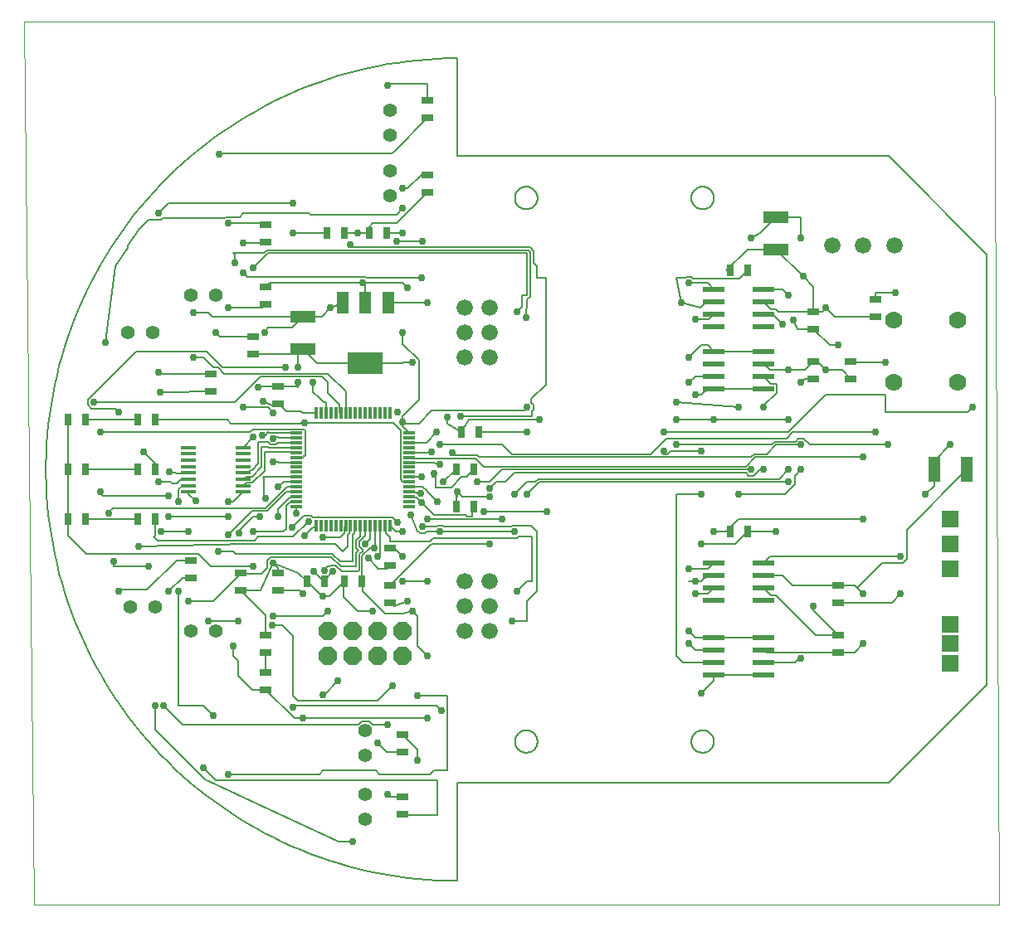
<source format=gtl>
G75*
%MOIN*%
%OFA0B0*%
%FSLAX25Y25*%
%IPPOS*%
%LPD*%
%AMOC8*
5,1,8,0,0,1.08239X$1,22.5*
%
%ADD10C,0.00000*%
%ADD11C,0.07000*%
%ADD12R,0.06600X0.06600*%
%ADD13R,0.04724X0.09843*%
%ADD14R,0.03150X0.04724*%
%ADD15R,0.09843X0.04724*%
%ADD16R,0.04724X0.03150*%
%ADD17OC8,0.07400*%
%ADD18C,0.05600*%
%ADD19C,0.06600*%
%ADD20R,0.04799X0.08799*%
%ADD21R,0.14173X0.08661*%
%ADD22R,0.05118X0.01181*%
%ADD23R,0.01181X0.05118*%
%ADD24R,0.08700X0.02400*%
%ADD25R,0.06102X0.01181*%
%ADD26C,0.00500*%
%ADD27C,0.02978*%
%ADD28C,0.00600*%
D10*
X0831303Y0844303D02*
X0827303Y1199263D01*
X1217003Y1199263D01*
X1219003Y0844303D01*
X0831303Y0844303D01*
D11*
X1176507Y1054303D03*
X1176507Y1079303D03*
X1202098Y1079303D03*
X1202098Y1054303D03*
D12*
X1199303Y0999303D03*
X1199303Y0989303D03*
X1199303Y0979303D03*
X1199303Y0957177D03*
X1199303Y0949303D03*
X1199303Y0941429D03*
D13*
X1205799Y1019303D03*
X1192807Y1019303D03*
D14*
X1117846Y0994303D03*
X1110759Y0994303D03*
X1110759Y1099303D03*
X1117846Y1099303D03*
X1009846Y1034303D03*
X1002759Y1034303D03*
X1000759Y1019303D03*
X1007846Y1019303D03*
X1007846Y1004303D03*
X1000759Y1004303D03*
X0962846Y0974303D03*
X0955759Y0974303D03*
X0947846Y0974303D03*
X0940759Y0974303D03*
X0879846Y0999303D03*
X0872759Y0999303D03*
X0872759Y1019303D03*
X0879846Y1019303D03*
X0879846Y1039303D03*
X0872759Y1039303D03*
X0851846Y1039303D03*
X0844759Y1039303D03*
X0844759Y1019303D03*
X0851846Y1019303D03*
X0851846Y0999303D03*
X0844759Y0999303D03*
X0948759Y1114303D03*
X0955846Y1114303D03*
X0965759Y1114303D03*
X0972846Y1114303D03*
D15*
X0939303Y1080799D03*
X0939303Y1067807D03*
X1129303Y1107807D03*
X1129303Y1120799D03*
D16*
X1144303Y1082846D03*
X1144303Y1075759D03*
X1144303Y1062846D03*
X1144303Y1055759D03*
X1159303Y1055759D03*
X1159303Y1062846D03*
X1169303Y1080759D03*
X1169303Y1087846D03*
X1154303Y0972846D03*
X1154303Y0965759D03*
X1154303Y0952846D03*
X1154303Y0945759D03*
X0989303Y1130759D03*
X0989303Y1137846D03*
X0989303Y1160759D03*
X0989303Y1167846D03*
X0924303Y1117846D03*
X0924303Y1110759D03*
X0924303Y1092846D03*
X0924303Y1085759D03*
X0919303Y1072846D03*
X0919303Y1065759D03*
X0929303Y1052846D03*
X0929303Y1045759D03*
X0902303Y1050759D03*
X0902303Y1057846D03*
X0894303Y0982846D03*
X0894303Y0975759D03*
X0914303Y0977846D03*
X0914303Y0970759D03*
X0924303Y0952846D03*
X0924303Y0945759D03*
X0924303Y0937846D03*
X0924303Y0930759D03*
X0929303Y0970759D03*
X0929303Y0977846D03*
X0974303Y0980759D03*
X0974303Y0987846D03*
X0974303Y0972846D03*
X0974303Y0965759D03*
X0979303Y0912846D03*
X0979303Y0905759D03*
X0979303Y0887846D03*
X0979303Y0880759D03*
D17*
X0979303Y0944303D03*
X0979303Y0954303D03*
X0969303Y0954303D03*
X0969303Y0944303D03*
X0959303Y0944303D03*
X0959303Y0954303D03*
X0949303Y0954303D03*
X0949303Y0944303D03*
D18*
X0964303Y0914303D03*
X0964303Y0904303D03*
X0964240Y0888803D03*
X0964240Y0878803D03*
X0904303Y0954303D03*
X0894303Y0954303D03*
X0879803Y0964240D03*
X0869803Y0964240D03*
X0868803Y1074366D03*
X0878803Y1074366D03*
X0894303Y1089303D03*
X0904303Y1089303D03*
X0974303Y1129303D03*
X0974303Y1139303D03*
X0974240Y1153803D03*
X0974240Y1163803D03*
D19*
X1004303Y1084303D03*
X1014303Y1084303D03*
X1014303Y1074303D03*
X1014303Y1064303D03*
X1004303Y1064303D03*
X1004303Y1074303D03*
X1004303Y0974303D03*
X1014303Y0974303D03*
X1014303Y0964303D03*
X1014303Y0954303D03*
X1004303Y0954303D03*
X1004303Y0964303D03*
X1151803Y1109303D03*
X1164303Y1109303D03*
X1176803Y1109303D03*
D20*
X0973401Y1086503D03*
X0964303Y1086503D03*
X0955204Y1086503D03*
D21*
X0964303Y1062102D03*
D22*
X0981940Y1034066D03*
X0981940Y1032098D03*
X0981940Y1030129D03*
X0981940Y1028161D03*
X0981940Y1026192D03*
X0981940Y1024224D03*
X0981940Y1022255D03*
X0981940Y1020287D03*
X0981940Y1018318D03*
X0981940Y1016350D03*
X0981940Y1014381D03*
X0981940Y1012413D03*
X0981940Y1010444D03*
X0981940Y1008476D03*
X0981940Y1006507D03*
X0981940Y1004539D03*
X0936665Y1004539D03*
X0936665Y1006507D03*
X0936665Y1008476D03*
X0936665Y1010444D03*
X0936665Y1012413D03*
X0936665Y1014381D03*
X0936665Y1016350D03*
X0936665Y1018318D03*
X0936665Y1020287D03*
X0936665Y1022255D03*
X0936665Y1024224D03*
X0936665Y1026192D03*
X0936665Y1028161D03*
X0936665Y1030129D03*
X0936665Y1032098D03*
X0936665Y1034066D03*
D23*
X0944539Y1041940D03*
X0946507Y1041940D03*
X0948476Y1041940D03*
X0950444Y1041940D03*
X0952413Y1041940D03*
X0954381Y1041940D03*
X0956350Y1041940D03*
X0958318Y1041940D03*
X0960287Y1041940D03*
X0962255Y1041940D03*
X0964224Y1041940D03*
X0966192Y1041940D03*
X0968161Y1041940D03*
X0970129Y1041940D03*
X0972098Y1041940D03*
X0974066Y1041940D03*
X0974066Y0996665D03*
X0972098Y0996665D03*
X0970129Y0996665D03*
X0968161Y0996665D03*
X0966192Y0996665D03*
X0964224Y0996665D03*
X0962255Y0996665D03*
X0960287Y0996665D03*
X0958318Y0996665D03*
X0956350Y0996665D03*
X0954381Y0996665D03*
X0952413Y0996665D03*
X0950444Y0996665D03*
X0948476Y0996665D03*
X0946507Y0996665D03*
X0944539Y0996665D03*
D24*
X1104303Y0981803D03*
X1104303Y0976803D03*
X1104303Y0971803D03*
X1104303Y0966803D03*
X1104303Y0951803D03*
X1104303Y0946803D03*
X1104303Y0941803D03*
X1104303Y0936803D03*
X1124303Y0936803D03*
X1124303Y0941803D03*
X1124303Y0946803D03*
X1124303Y0951803D03*
X1124303Y0966803D03*
X1124303Y0971803D03*
X1124303Y0976803D03*
X1124303Y0981803D03*
X1124303Y1051803D03*
X1124303Y1056803D03*
X1124303Y1061803D03*
X1124303Y1066803D03*
X1124303Y1076803D03*
X1124303Y1081803D03*
X1124303Y1086803D03*
X1124303Y1091803D03*
X1104303Y1091803D03*
X1104303Y1086803D03*
X1104303Y1081803D03*
X1104303Y1076803D03*
X1104303Y1066803D03*
X1104303Y1061803D03*
X1104303Y1056803D03*
X1104303Y1051803D03*
D25*
X0915326Y1028259D03*
X0915326Y1025700D03*
X0915326Y1023141D03*
X0915326Y1020582D03*
X0915326Y1018023D03*
X0915326Y1015464D03*
X0915326Y1012905D03*
X0915326Y1010346D03*
X0893279Y1010346D03*
X0893279Y1012905D03*
X0893279Y1015464D03*
X0893279Y1018023D03*
X0893279Y1020582D03*
X0893279Y1023141D03*
X0893279Y1025700D03*
X0893279Y1028259D03*
D26*
X1001310Y1184657D02*
X0997283Y1184608D01*
X0993259Y1184461D01*
X0989240Y1184216D01*
X0985228Y1183873D01*
X0981225Y1183433D01*
X0977234Y1182895D01*
X0973258Y1182260D01*
X0969298Y1181529D01*
X0965357Y1180701D01*
X0961438Y1179778D01*
X0957542Y1178759D01*
X0953672Y1177646D01*
X0949830Y1176439D01*
X0946019Y1175139D01*
X0942240Y1173746D01*
X0938497Y1172262D01*
X0934791Y1170687D01*
X0931124Y1169022D01*
X0927499Y1167269D01*
X0923918Y1165428D01*
X0920383Y1163500D01*
X0916895Y1161486D01*
X0913458Y1159389D01*
X0910073Y1157208D01*
X0906742Y1154945D01*
X0903467Y1152602D01*
X0900250Y1150180D01*
X0897093Y1147680D01*
X0893998Y1145105D01*
X0890966Y1142454D01*
X0888000Y1139731D01*
X0885101Y1136936D01*
X0882271Y1134071D01*
X0879512Y1131138D01*
X0876824Y1128139D01*
X0874211Y1125075D01*
X0871673Y1121949D01*
X0869212Y1118762D01*
X0866829Y1115516D01*
X0864526Y1112212D01*
X0862304Y1108854D01*
X0860165Y1105443D01*
X0858109Y1101980D01*
X0856138Y1098468D01*
X0854254Y1094910D01*
X0852456Y1091306D01*
X0850747Y1087660D01*
X0849127Y1083974D01*
X0847597Y1080249D01*
X0846159Y1076488D01*
X0844812Y1072693D01*
X0843559Y1068866D01*
X0842399Y1065010D01*
X0841333Y1061127D01*
X0840362Y1057219D01*
X0839486Y1053288D01*
X0838707Y1049337D01*
X0838023Y1045369D01*
X0837437Y1041385D01*
X0836948Y1037388D01*
X0836556Y1033380D01*
X0836262Y1029364D01*
X0836066Y1025342D01*
X0835968Y1021316D01*
X0835968Y1017290D01*
X0836066Y1013264D01*
X0836262Y1009242D01*
X0836556Y1005226D01*
X0836948Y1001218D01*
X0837437Y0997221D01*
X0838023Y0993237D01*
X0838707Y0989269D01*
X0839486Y0985318D01*
X0840362Y0981387D01*
X0841333Y0977479D01*
X0842399Y0973596D01*
X0843559Y0969740D01*
X0844812Y0965913D01*
X0846159Y0962118D01*
X0847597Y0958357D01*
X0849127Y0954632D01*
X0850747Y0950946D01*
X0852456Y0947300D01*
X0854254Y0943696D01*
X0856138Y0940138D01*
X0858109Y0936626D01*
X0860165Y0933163D01*
X0862304Y0929752D01*
X0864526Y0926394D01*
X0866829Y0923090D01*
X0869212Y0919844D01*
X0871673Y0916657D01*
X0874211Y0913531D01*
X0876824Y0910467D01*
X0879512Y0907468D01*
X0882271Y0904535D01*
X0885101Y0901670D01*
X0888000Y0898875D01*
X0890966Y0896152D01*
X0893998Y0893501D01*
X0897093Y0890926D01*
X0900250Y0888426D01*
X0903467Y0886004D01*
X0906742Y0883661D01*
X0910073Y0881398D01*
X0913458Y0879217D01*
X0916895Y0877120D01*
X0920383Y0875106D01*
X0923918Y0873178D01*
X0927499Y0871337D01*
X0931124Y0869584D01*
X0934791Y0867919D01*
X0938497Y0866344D01*
X0942240Y0864860D01*
X0946019Y0863467D01*
X0949830Y0862167D01*
X0953672Y0860960D01*
X0957542Y0859847D01*
X0961438Y0858828D01*
X0965357Y0857905D01*
X0969298Y0857077D01*
X0973258Y0856346D01*
X0977234Y0855711D01*
X0981225Y0855173D01*
X0985228Y0854733D01*
X0989240Y0854390D01*
X0993259Y0854145D01*
X0997283Y0853998D01*
X1001310Y0853949D01*
X1001310Y0853948D02*
X1001310Y0893318D01*
X1174539Y0893318D01*
X1213909Y0932688D01*
X1213909Y1105917D01*
X1174539Y1145287D01*
X1001310Y1145287D01*
X1001310Y1184657D01*
X1024342Y1128555D02*
X1024344Y1128689D01*
X1024350Y1128823D01*
X1024360Y1128957D01*
X1024374Y1129091D01*
X1024392Y1129224D01*
X1024413Y1129356D01*
X1024439Y1129488D01*
X1024469Y1129619D01*
X1024502Y1129749D01*
X1024539Y1129877D01*
X1024581Y1130005D01*
X1024625Y1130132D01*
X1024674Y1130257D01*
X1024726Y1130380D01*
X1024782Y1130502D01*
X1024842Y1130623D01*
X1024905Y1130741D01*
X1024971Y1130858D01*
X1025041Y1130972D01*
X1025114Y1131085D01*
X1025191Y1131195D01*
X1025271Y1131303D01*
X1025354Y1131408D01*
X1025440Y1131511D01*
X1025529Y1131611D01*
X1025621Y1131709D01*
X1025716Y1131804D01*
X1025814Y1131896D01*
X1025914Y1131985D01*
X1026017Y1132071D01*
X1026122Y1132154D01*
X1026230Y1132234D01*
X1026340Y1132311D01*
X1026453Y1132384D01*
X1026567Y1132454D01*
X1026684Y1132520D01*
X1026802Y1132583D01*
X1026923Y1132643D01*
X1027045Y1132699D01*
X1027168Y1132751D01*
X1027293Y1132800D01*
X1027420Y1132844D01*
X1027548Y1132886D01*
X1027676Y1132923D01*
X1027806Y1132956D01*
X1027937Y1132986D01*
X1028069Y1133012D01*
X1028201Y1133033D01*
X1028334Y1133051D01*
X1028468Y1133065D01*
X1028602Y1133075D01*
X1028736Y1133081D01*
X1028870Y1133083D01*
X1029004Y1133081D01*
X1029138Y1133075D01*
X1029272Y1133065D01*
X1029406Y1133051D01*
X1029539Y1133033D01*
X1029671Y1133012D01*
X1029803Y1132986D01*
X1029934Y1132956D01*
X1030064Y1132923D01*
X1030192Y1132886D01*
X1030320Y1132844D01*
X1030447Y1132800D01*
X1030572Y1132751D01*
X1030695Y1132699D01*
X1030817Y1132643D01*
X1030938Y1132583D01*
X1031056Y1132520D01*
X1031173Y1132454D01*
X1031287Y1132384D01*
X1031400Y1132311D01*
X1031510Y1132234D01*
X1031618Y1132154D01*
X1031723Y1132071D01*
X1031826Y1131985D01*
X1031926Y1131896D01*
X1032024Y1131804D01*
X1032119Y1131709D01*
X1032211Y1131611D01*
X1032300Y1131511D01*
X1032386Y1131408D01*
X1032469Y1131303D01*
X1032549Y1131195D01*
X1032626Y1131085D01*
X1032699Y1130972D01*
X1032769Y1130858D01*
X1032835Y1130741D01*
X1032898Y1130623D01*
X1032958Y1130502D01*
X1033014Y1130380D01*
X1033066Y1130257D01*
X1033115Y1130132D01*
X1033159Y1130005D01*
X1033201Y1129877D01*
X1033238Y1129749D01*
X1033271Y1129619D01*
X1033301Y1129488D01*
X1033327Y1129356D01*
X1033348Y1129224D01*
X1033366Y1129091D01*
X1033380Y1128957D01*
X1033390Y1128823D01*
X1033396Y1128689D01*
X1033398Y1128555D01*
X1033396Y1128421D01*
X1033390Y1128287D01*
X1033380Y1128153D01*
X1033366Y1128019D01*
X1033348Y1127886D01*
X1033327Y1127754D01*
X1033301Y1127622D01*
X1033271Y1127491D01*
X1033238Y1127361D01*
X1033201Y1127233D01*
X1033159Y1127105D01*
X1033115Y1126978D01*
X1033066Y1126853D01*
X1033014Y1126730D01*
X1032958Y1126608D01*
X1032898Y1126487D01*
X1032835Y1126369D01*
X1032769Y1126252D01*
X1032699Y1126138D01*
X1032626Y1126025D01*
X1032549Y1125915D01*
X1032469Y1125807D01*
X1032386Y1125702D01*
X1032300Y1125599D01*
X1032211Y1125499D01*
X1032119Y1125401D01*
X1032024Y1125306D01*
X1031926Y1125214D01*
X1031826Y1125125D01*
X1031723Y1125039D01*
X1031618Y1124956D01*
X1031510Y1124876D01*
X1031400Y1124799D01*
X1031287Y1124726D01*
X1031173Y1124656D01*
X1031056Y1124590D01*
X1030938Y1124527D01*
X1030817Y1124467D01*
X1030695Y1124411D01*
X1030572Y1124359D01*
X1030447Y1124310D01*
X1030320Y1124266D01*
X1030192Y1124224D01*
X1030064Y1124187D01*
X1029934Y1124154D01*
X1029803Y1124124D01*
X1029671Y1124098D01*
X1029539Y1124077D01*
X1029406Y1124059D01*
X1029272Y1124045D01*
X1029138Y1124035D01*
X1029004Y1124029D01*
X1028870Y1124027D01*
X1028736Y1124029D01*
X1028602Y1124035D01*
X1028468Y1124045D01*
X1028334Y1124059D01*
X1028201Y1124077D01*
X1028069Y1124098D01*
X1027937Y1124124D01*
X1027806Y1124154D01*
X1027676Y1124187D01*
X1027548Y1124224D01*
X1027420Y1124266D01*
X1027293Y1124310D01*
X1027168Y1124359D01*
X1027045Y1124411D01*
X1026923Y1124467D01*
X1026802Y1124527D01*
X1026684Y1124590D01*
X1026567Y1124656D01*
X1026453Y1124726D01*
X1026340Y1124799D01*
X1026230Y1124876D01*
X1026122Y1124956D01*
X1026017Y1125039D01*
X1025914Y1125125D01*
X1025814Y1125214D01*
X1025716Y1125306D01*
X1025621Y1125401D01*
X1025529Y1125499D01*
X1025440Y1125599D01*
X1025354Y1125702D01*
X1025271Y1125807D01*
X1025191Y1125915D01*
X1025114Y1126025D01*
X1025041Y1126138D01*
X1024971Y1126252D01*
X1024905Y1126369D01*
X1024842Y1126487D01*
X1024782Y1126608D01*
X1024726Y1126730D01*
X1024674Y1126853D01*
X1024625Y1126978D01*
X1024581Y1127105D01*
X1024539Y1127233D01*
X1024502Y1127361D01*
X1024469Y1127491D01*
X1024439Y1127622D01*
X1024413Y1127754D01*
X1024392Y1127886D01*
X1024374Y1128019D01*
X1024360Y1128153D01*
X1024350Y1128287D01*
X1024344Y1128421D01*
X1024342Y1128555D01*
X1095208Y1128555D02*
X1095210Y1128689D01*
X1095216Y1128823D01*
X1095226Y1128957D01*
X1095240Y1129091D01*
X1095258Y1129224D01*
X1095279Y1129356D01*
X1095305Y1129488D01*
X1095335Y1129619D01*
X1095368Y1129749D01*
X1095405Y1129877D01*
X1095447Y1130005D01*
X1095491Y1130132D01*
X1095540Y1130257D01*
X1095592Y1130380D01*
X1095648Y1130502D01*
X1095708Y1130623D01*
X1095771Y1130741D01*
X1095837Y1130858D01*
X1095907Y1130972D01*
X1095980Y1131085D01*
X1096057Y1131195D01*
X1096137Y1131303D01*
X1096220Y1131408D01*
X1096306Y1131511D01*
X1096395Y1131611D01*
X1096487Y1131709D01*
X1096582Y1131804D01*
X1096680Y1131896D01*
X1096780Y1131985D01*
X1096883Y1132071D01*
X1096988Y1132154D01*
X1097096Y1132234D01*
X1097206Y1132311D01*
X1097319Y1132384D01*
X1097433Y1132454D01*
X1097550Y1132520D01*
X1097668Y1132583D01*
X1097789Y1132643D01*
X1097911Y1132699D01*
X1098034Y1132751D01*
X1098159Y1132800D01*
X1098286Y1132844D01*
X1098414Y1132886D01*
X1098542Y1132923D01*
X1098672Y1132956D01*
X1098803Y1132986D01*
X1098935Y1133012D01*
X1099067Y1133033D01*
X1099200Y1133051D01*
X1099334Y1133065D01*
X1099468Y1133075D01*
X1099602Y1133081D01*
X1099736Y1133083D01*
X1099870Y1133081D01*
X1100004Y1133075D01*
X1100138Y1133065D01*
X1100272Y1133051D01*
X1100405Y1133033D01*
X1100537Y1133012D01*
X1100669Y1132986D01*
X1100800Y1132956D01*
X1100930Y1132923D01*
X1101058Y1132886D01*
X1101186Y1132844D01*
X1101313Y1132800D01*
X1101438Y1132751D01*
X1101561Y1132699D01*
X1101683Y1132643D01*
X1101804Y1132583D01*
X1101922Y1132520D01*
X1102039Y1132454D01*
X1102153Y1132384D01*
X1102266Y1132311D01*
X1102376Y1132234D01*
X1102484Y1132154D01*
X1102589Y1132071D01*
X1102692Y1131985D01*
X1102792Y1131896D01*
X1102890Y1131804D01*
X1102985Y1131709D01*
X1103077Y1131611D01*
X1103166Y1131511D01*
X1103252Y1131408D01*
X1103335Y1131303D01*
X1103415Y1131195D01*
X1103492Y1131085D01*
X1103565Y1130972D01*
X1103635Y1130858D01*
X1103701Y1130741D01*
X1103764Y1130623D01*
X1103824Y1130502D01*
X1103880Y1130380D01*
X1103932Y1130257D01*
X1103981Y1130132D01*
X1104025Y1130005D01*
X1104067Y1129877D01*
X1104104Y1129749D01*
X1104137Y1129619D01*
X1104167Y1129488D01*
X1104193Y1129356D01*
X1104214Y1129224D01*
X1104232Y1129091D01*
X1104246Y1128957D01*
X1104256Y1128823D01*
X1104262Y1128689D01*
X1104264Y1128555D01*
X1104262Y1128421D01*
X1104256Y1128287D01*
X1104246Y1128153D01*
X1104232Y1128019D01*
X1104214Y1127886D01*
X1104193Y1127754D01*
X1104167Y1127622D01*
X1104137Y1127491D01*
X1104104Y1127361D01*
X1104067Y1127233D01*
X1104025Y1127105D01*
X1103981Y1126978D01*
X1103932Y1126853D01*
X1103880Y1126730D01*
X1103824Y1126608D01*
X1103764Y1126487D01*
X1103701Y1126369D01*
X1103635Y1126252D01*
X1103565Y1126138D01*
X1103492Y1126025D01*
X1103415Y1125915D01*
X1103335Y1125807D01*
X1103252Y1125702D01*
X1103166Y1125599D01*
X1103077Y1125499D01*
X1102985Y1125401D01*
X1102890Y1125306D01*
X1102792Y1125214D01*
X1102692Y1125125D01*
X1102589Y1125039D01*
X1102484Y1124956D01*
X1102376Y1124876D01*
X1102266Y1124799D01*
X1102153Y1124726D01*
X1102039Y1124656D01*
X1101922Y1124590D01*
X1101804Y1124527D01*
X1101683Y1124467D01*
X1101561Y1124411D01*
X1101438Y1124359D01*
X1101313Y1124310D01*
X1101186Y1124266D01*
X1101058Y1124224D01*
X1100930Y1124187D01*
X1100800Y1124154D01*
X1100669Y1124124D01*
X1100537Y1124098D01*
X1100405Y1124077D01*
X1100272Y1124059D01*
X1100138Y1124045D01*
X1100004Y1124035D01*
X1099870Y1124029D01*
X1099736Y1124027D01*
X1099602Y1124029D01*
X1099468Y1124035D01*
X1099334Y1124045D01*
X1099200Y1124059D01*
X1099067Y1124077D01*
X1098935Y1124098D01*
X1098803Y1124124D01*
X1098672Y1124154D01*
X1098542Y1124187D01*
X1098414Y1124224D01*
X1098286Y1124266D01*
X1098159Y1124310D01*
X1098034Y1124359D01*
X1097911Y1124411D01*
X1097789Y1124467D01*
X1097668Y1124527D01*
X1097550Y1124590D01*
X1097433Y1124656D01*
X1097319Y1124726D01*
X1097206Y1124799D01*
X1097096Y1124876D01*
X1096988Y1124956D01*
X1096883Y1125039D01*
X1096780Y1125125D01*
X1096680Y1125214D01*
X1096582Y1125306D01*
X1096487Y1125401D01*
X1096395Y1125499D01*
X1096306Y1125599D01*
X1096220Y1125702D01*
X1096137Y1125807D01*
X1096057Y1125915D01*
X1095980Y1126025D01*
X1095907Y1126138D01*
X1095837Y1126252D01*
X1095771Y1126369D01*
X1095708Y1126487D01*
X1095648Y1126608D01*
X1095592Y1126730D01*
X1095540Y1126853D01*
X1095491Y1126978D01*
X1095447Y1127105D01*
X1095405Y1127233D01*
X1095368Y1127361D01*
X1095335Y1127491D01*
X1095305Y1127622D01*
X1095279Y1127754D01*
X1095258Y1127886D01*
X1095240Y1128019D01*
X1095226Y1128153D01*
X1095216Y1128287D01*
X1095210Y1128421D01*
X1095208Y1128555D01*
X1095208Y0910051D02*
X1095210Y0910185D01*
X1095216Y0910319D01*
X1095226Y0910453D01*
X1095240Y0910587D01*
X1095258Y0910720D01*
X1095279Y0910852D01*
X1095305Y0910984D01*
X1095335Y0911115D01*
X1095368Y0911245D01*
X1095405Y0911373D01*
X1095447Y0911501D01*
X1095491Y0911628D01*
X1095540Y0911753D01*
X1095592Y0911876D01*
X1095648Y0911998D01*
X1095708Y0912119D01*
X1095771Y0912237D01*
X1095837Y0912354D01*
X1095907Y0912468D01*
X1095980Y0912581D01*
X1096057Y0912691D01*
X1096137Y0912799D01*
X1096220Y0912904D01*
X1096306Y0913007D01*
X1096395Y0913107D01*
X1096487Y0913205D01*
X1096582Y0913300D01*
X1096680Y0913392D01*
X1096780Y0913481D01*
X1096883Y0913567D01*
X1096988Y0913650D01*
X1097096Y0913730D01*
X1097206Y0913807D01*
X1097319Y0913880D01*
X1097433Y0913950D01*
X1097550Y0914016D01*
X1097668Y0914079D01*
X1097789Y0914139D01*
X1097911Y0914195D01*
X1098034Y0914247D01*
X1098159Y0914296D01*
X1098286Y0914340D01*
X1098414Y0914382D01*
X1098542Y0914419D01*
X1098672Y0914452D01*
X1098803Y0914482D01*
X1098935Y0914508D01*
X1099067Y0914529D01*
X1099200Y0914547D01*
X1099334Y0914561D01*
X1099468Y0914571D01*
X1099602Y0914577D01*
X1099736Y0914579D01*
X1099870Y0914577D01*
X1100004Y0914571D01*
X1100138Y0914561D01*
X1100272Y0914547D01*
X1100405Y0914529D01*
X1100537Y0914508D01*
X1100669Y0914482D01*
X1100800Y0914452D01*
X1100930Y0914419D01*
X1101058Y0914382D01*
X1101186Y0914340D01*
X1101313Y0914296D01*
X1101438Y0914247D01*
X1101561Y0914195D01*
X1101683Y0914139D01*
X1101804Y0914079D01*
X1101922Y0914016D01*
X1102039Y0913950D01*
X1102153Y0913880D01*
X1102266Y0913807D01*
X1102376Y0913730D01*
X1102484Y0913650D01*
X1102589Y0913567D01*
X1102692Y0913481D01*
X1102792Y0913392D01*
X1102890Y0913300D01*
X1102985Y0913205D01*
X1103077Y0913107D01*
X1103166Y0913007D01*
X1103252Y0912904D01*
X1103335Y0912799D01*
X1103415Y0912691D01*
X1103492Y0912581D01*
X1103565Y0912468D01*
X1103635Y0912354D01*
X1103701Y0912237D01*
X1103764Y0912119D01*
X1103824Y0911998D01*
X1103880Y0911876D01*
X1103932Y0911753D01*
X1103981Y0911628D01*
X1104025Y0911501D01*
X1104067Y0911373D01*
X1104104Y0911245D01*
X1104137Y0911115D01*
X1104167Y0910984D01*
X1104193Y0910852D01*
X1104214Y0910720D01*
X1104232Y0910587D01*
X1104246Y0910453D01*
X1104256Y0910319D01*
X1104262Y0910185D01*
X1104264Y0910051D01*
X1104262Y0909917D01*
X1104256Y0909783D01*
X1104246Y0909649D01*
X1104232Y0909515D01*
X1104214Y0909382D01*
X1104193Y0909250D01*
X1104167Y0909118D01*
X1104137Y0908987D01*
X1104104Y0908857D01*
X1104067Y0908729D01*
X1104025Y0908601D01*
X1103981Y0908474D01*
X1103932Y0908349D01*
X1103880Y0908226D01*
X1103824Y0908104D01*
X1103764Y0907983D01*
X1103701Y0907865D01*
X1103635Y0907748D01*
X1103565Y0907634D01*
X1103492Y0907521D01*
X1103415Y0907411D01*
X1103335Y0907303D01*
X1103252Y0907198D01*
X1103166Y0907095D01*
X1103077Y0906995D01*
X1102985Y0906897D01*
X1102890Y0906802D01*
X1102792Y0906710D01*
X1102692Y0906621D01*
X1102589Y0906535D01*
X1102484Y0906452D01*
X1102376Y0906372D01*
X1102266Y0906295D01*
X1102153Y0906222D01*
X1102039Y0906152D01*
X1101922Y0906086D01*
X1101804Y0906023D01*
X1101683Y0905963D01*
X1101561Y0905907D01*
X1101438Y0905855D01*
X1101313Y0905806D01*
X1101186Y0905762D01*
X1101058Y0905720D01*
X1100930Y0905683D01*
X1100800Y0905650D01*
X1100669Y0905620D01*
X1100537Y0905594D01*
X1100405Y0905573D01*
X1100272Y0905555D01*
X1100138Y0905541D01*
X1100004Y0905531D01*
X1099870Y0905525D01*
X1099736Y0905523D01*
X1099602Y0905525D01*
X1099468Y0905531D01*
X1099334Y0905541D01*
X1099200Y0905555D01*
X1099067Y0905573D01*
X1098935Y0905594D01*
X1098803Y0905620D01*
X1098672Y0905650D01*
X1098542Y0905683D01*
X1098414Y0905720D01*
X1098286Y0905762D01*
X1098159Y0905806D01*
X1098034Y0905855D01*
X1097911Y0905907D01*
X1097789Y0905963D01*
X1097668Y0906023D01*
X1097550Y0906086D01*
X1097433Y0906152D01*
X1097319Y0906222D01*
X1097206Y0906295D01*
X1097096Y0906372D01*
X1096988Y0906452D01*
X1096883Y0906535D01*
X1096780Y0906621D01*
X1096680Y0906710D01*
X1096582Y0906802D01*
X1096487Y0906897D01*
X1096395Y0906995D01*
X1096306Y0907095D01*
X1096220Y0907198D01*
X1096137Y0907303D01*
X1096057Y0907411D01*
X1095980Y0907521D01*
X1095907Y0907634D01*
X1095837Y0907748D01*
X1095771Y0907865D01*
X1095708Y0907983D01*
X1095648Y0908104D01*
X1095592Y0908226D01*
X1095540Y0908349D01*
X1095491Y0908474D01*
X1095447Y0908601D01*
X1095405Y0908729D01*
X1095368Y0908857D01*
X1095335Y0908987D01*
X1095305Y0909118D01*
X1095279Y0909250D01*
X1095258Y0909382D01*
X1095240Y0909515D01*
X1095226Y0909649D01*
X1095216Y0909783D01*
X1095210Y0909917D01*
X1095208Y0910051D01*
X1024342Y0910051D02*
X1024344Y0910185D01*
X1024350Y0910319D01*
X1024360Y0910453D01*
X1024374Y0910587D01*
X1024392Y0910720D01*
X1024413Y0910852D01*
X1024439Y0910984D01*
X1024469Y0911115D01*
X1024502Y0911245D01*
X1024539Y0911373D01*
X1024581Y0911501D01*
X1024625Y0911628D01*
X1024674Y0911753D01*
X1024726Y0911876D01*
X1024782Y0911998D01*
X1024842Y0912119D01*
X1024905Y0912237D01*
X1024971Y0912354D01*
X1025041Y0912468D01*
X1025114Y0912581D01*
X1025191Y0912691D01*
X1025271Y0912799D01*
X1025354Y0912904D01*
X1025440Y0913007D01*
X1025529Y0913107D01*
X1025621Y0913205D01*
X1025716Y0913300D01*
X1025814Y0913392D01*
X1025914Y0913481D01*
X1026017Y0913567D01*
X1026122Y0913650D01*
X1026230Y0913730D01*
X1026340Y0913807D01*
X1026453Y0913880D01*
X1026567Y0913950D01*
X1026684Y0914016D01*
X1026802Y0914079D01*
X1026923Y0914139D01*
X1027045Y0914195D01*
X1027168Y0914247D01*
X1027293Y0914296D01*
X1027420Y0914340D01*
X1027548Y0914382D01*
X1027676Y0914419D01*
X1027806Y0914452D01*
X1027937Y0914482D01*
X1028069Y0914508D01*
X1028201Y0914529D01*
X1028334Y0914547D01*
X1028468Y0914561D01*
X1028602Y0914571D01*
X1028736Y0914577D01*
X1028870Y0914579D01*
X1029004Y0914577D01*
X1029138Y0914571D01*
X1029272Y0914561D01*
X1029406Y0914547D01*
X1029539Y0914529D01*
X1029671Y0914508D01*
X1029803Y0914482D01*
X1029934Y0914452D01*
X1030064Y0914419D01*
X1030192Y0914382D01*
X1030320Y0914340D01*
X1030447Y0914296D01*
X1030572Y0914247D01*
X1030695Y0914195D01*
X1030817Y0914139D01*
X1030938Y0914079D01*
X1031056Y0914016D01*
X1031173Y0913950D01*
X1031287Y0913880D01*
X1031400Y0913807D01*
X1031510Y0913730D01*
X1031618Y0913650D01*
X1031723Y0913567D01*
X1031826Y0913481D01*
X1031926Y0913392D01*
X1032024Y0913300D01*
X1032119Y0913205D01*
X1032211Y0913107D01*
X1032300Y0913007D01*
X1032386Y0912904D01*
X1032469Y0912799D01*
X1032549Y0912691D01*
X1032626Y0912581D01*
X1032699Y0912468D01*
X1032769Y0912354D01*
X1032835Y0912237D01*
X1032898Y0912119D01*
X1032958Y0911998D01*
X1033014Y0911876D01*
X1033066Y0911753D01*
X1033115Y0911628D01*
X1033159Y0911501D01*
X1033201Y0911373D01*
X1033238Y0911245D01*
X1033271Y0911115D01*
X1033301Y0910984D01*
X1033327Y0910852D01*
X1033348Y0910720D01*
X1033366Y0910587D01*
X1033380Y0910453D01*
X1033390Y0910319D01*
X1033396Y0910185D01*
X1033398Y0910051D01*
X1033396Y0909917D01*
X1033390Y0909783D01*
X1033380Y0909649D01*
X1033366Y0909515D01*
X1033348Y0909382D01*
X1033327Y0909250D01*
X1033301Y0909118D01*
X1033271Y0908987D01*
X1033238Y0908857D01*
X1033201Y0908729D01*
X1033159Y0908601D01*
X1033115Y0908474D01*
X1033066Y0908349D01*
X1033014Y0908226D01*
X1032958Y0908104D01*
X1032898Y0907983D01*
X1032835Y0907865D01*
X1032769Y0907748D01*
X1032699Y0907634D01*
X1032626Y0907521D01*
X1032549Y0907411D01*
X1032469Y0907303D01*
X1032386Y0907198D01*
X1032300Y0907095D01*
X1032211Y0906995D01*
X1032119Y0906897D01*
X1032024Y0906802D01*
X1031926Y0906710D01*
X1031826Y0906621D01*
X1031723Y0906535D01*
X1031618Y0906452D01*
X1031510Y0906372D01*
X1031400Y0906295D01*
X1031287Y0906222D01*
X1031173Y0906152D01*
X1031056Y0906086D01*
X1030938Y0906023D01*
X1030817Y0905963D01*
X1030695Y0905907D01*
X1030572Y0905855D01*
X1030447Y0905806D01*
X1030320Y0905762D01*
X1030192Y0905720D01*
X1030064Y0905683D01*
X1029934Y0905650D01*
X1029803Y0905620D01*
X1029671Y0905594D01*
X1029539Y0905573D01*
X1029406Y0905555D01*
X1029272Y0905541D01*
X1029138Y0905531D01*
X1029004Y0905525D01*
X1028870Y0905523D01*
X1028736Y0905525D01*
X1028602Y0905531D01*
X1028468Y0905541D01*
X1028334Y0905555D01*
X1028201Y0905573D01*
X1028069Y0905594D01*
X1027937Y0905620D01*
X1027806Y0905650D01*
X1027676Y0905683D01*
X1027548Y0905720D01*
X1027420Y0905762D01*
X1027293Y0905806D01*
X1027168Y0905855D01*
X1027045Y0905907D01*
X1026923Y0905963D01*
X1026802Y0906023D01*
X1026684Y0906086D01*
X1026567Y0906152D01*
X1026453Y0906222D01*
X1026340Y0906295D01*
X1026230Y0906372D01*
X1026122Y0906452D01*
X1026017Y0906535D01*
X1025914Y0906621D01*
X1025814Y0906710D01*
X1025716Y0906802D01*
X1025621Y0906897D01*
X1025529Y0906995D01*
X1025440Y0907095D01*
X1025354Y0907198D01*
X1025271Y0907303D01*
X1025191Y0907411D01*
X1025114Y0907521D01*
X1025041Y0907634D01*
X1024971Y0907748D01*
X1024905Y0907865D01*
X1024842Y0907983D01*
X1024782Y0908104D01*
X1024726Y0908226D01*
X1024674Y0908349D01*
X1024625Y0908474D01*
X1024581Y0908601D01*
X1024539Y0908729D01*
X1024502Y0908857D01*
X1024469Y0908987D01*
X1024439Y0909118D01*
X1024413Y0909250D01*
X1024392Y0909382D01*
X1024374Y0909515D01*
X1024360Y0909649D01*
X1024350Y0909783D01*
X1024344Y0909917D01*
X1024342Y0910051D01*
D27*
X0994914Y0922303D03*
X0989303Y0919303D03*
X0985303Y0928303D03*
X0975303Y0932303D03*
X0973303Y0916692D03*
X0969303Y0909303D03*
X0985303Y0902303D03*
X0973303Y0888803D03*
X0959303Y0869792D03*
X0939303Y0919303D03*
X0935303Y0923914D03*
X0947303Y0928692D03*
X0953303Y0934303D03*
X0949303Y0962303D03*
X0947303Y0968303D03*
X0939303Y0969303D03*
X0943477Y0978477D03*
X0947725Y0978754D03*
X0951303Y0978303D03*
X0947303Y0992017D03*
X0939828Y0992665D03*
X0941492Y0998492D03*
X0936665Y1001828D03*
X0934914Y0996250D03*
X0929303Y1000303D03*
X0921692Y1000303D03*
X0919303Y0994303D03*
X0913356Y0993875D03*
X0909303Y0993200D03*
X0909298Y1000282D03*
X0909303Y1006303D03*
X0896089Y1006692D03*
X0889303Y1006303D03*
X0885303Y1008692D03*
X0881303Y1014303D03*
X0885510Y1018303D03*
X0875303Y1026303D03*
X0865303Y1042303D03*
X0855303Y1046303D03*
X0857692Y1034303D03*
X0857692Y1010303D03*
X0861303Y1001692D03*
X0873303Y0988303D03*
X0877303Y0980303D03*
X0885303Y0970303D03*
X0889303Y0970303D03*
X0893303Y0966303D03*
X0901303Y0958303D03*
X0913303Y0958303D03*
X0911303Y0948303D03*
X0926924Y0956681D03*
X0927303Y0960303D03*
X0919303Y0980303D03*
X0927303Y0981846D03*
X0924212Y1007666D03*
X0929303Y1012303D03*
X0927303Y1022303D03*
X0927299Y1031677D03*
X0922904Y1033168D03*
X0919326Y1032380D03*
X0927303Y1042095D03*
X0923303Y1046692D03*
X0921303Y1052303D03*
X0915303Y1044303D03*
X0932081Y1060303D03*
X0937303Y1060303D03*
X0937303Y1054303D03*
X0943303Y1054303D03*
X0940006Y1037946D03*
X0923754Y1074303D03*
X0909303Y1084303D03*
X0904303Y1074303D03*
X0895303Y1082303D03*
X0895303Y1064303D03*
X0881303Y1058303D03*
X0881692Y1050303D03*
X0859692Y1070303D03*
X0881303Y1122303D03*
X0909303Y1118303D03*
X0915303Y1110303D03*
X0911692Y1102303D03*
X0915303Y1098303D03*
X0919303Y1100303D03*
X0935303Y1114303D03*
X0935303Y1126303D03*
X0958326Y1109892D03*
X0961303Y1114303D03*
X0963303Y1094303D03*
X0950303Y1084303D03*
X0979303Y1074303D03*
X0983303Y1062303D03*
X0977303Y1042303D03*
X0979303Y1038303D03*
X0992914Y1034303D03*
X0994303Y1029303D03*
X0990914Y1026303D03*
X0994303Y1021303D03*
X0991692Y1017725D03*
X0986914Y1016303D03*
X0986624Y1009624D03*
X0986914Y1005935D03*
X0993303Y1006303D03*
X0989303Y0999303D03*
X0987273Y0996273D03*
X0982613Y1000992D03*
X0977303Y0998103D03*
X0979303Y0994303D03*
X0979303Y0984303D03*
X0979303Y0974303D03*
X0981303Y0966303D03*
X0983303Y0962303D03*
X0989303Y0974303D03*
X0994303Y0994303D03*
X1001303Y1010303D03*
X0995531Y1014531D03*
X0999303Y1026135D03*
X0997303Y1040303D03*
X1002575Y1040642D03*
X1029303Y1044303D03*
X1034303Y1039303D03*
X1029303Y1034303D03*
X1029303Y1009303D03*
X1024303Y1009303D03*
X1014303Y1008336D03*
X1014303Y1011914D03*
X1009303Y1014303D03*
X1011914Y1002303D03*
X1019303Y0999303D03*
X1024303Y0994303D03*
X1014303Y0989303D03*
X1025303Y0970303D03*
X1023303Y0958303D03*
X0989303Y0944303D03*
X0967303Y0962303D03*
X0965395Y0983806D03*
X0969303Y0984303D03*
X0967740Y0987848D03*
X0964219Y0989386D03*
X0905303Y0986303D03*
X0893303Y0994303D03*
X0885303Y1000303D03*
X0882235Y0994303D03*
X0863303Y0982303D03*
X0865303Y0970303D03*
X0879725Y0924303D03*
X0883303Y0924303D03*
X0899303Y0899303D03*
X0909303Y0896692D03*
X0903303Y0920303D03*
X0989303Y1086303D03*
X0981303Y1092303D03*
X0986914Y1096303D03*
X0987303Y1111092D03*
X0979303Y1114303D03*
X0976914Y1111092D03*
X0979303Y1124303D03*
X0979303Y1132303D03*
X0973303Y1173774D03*
X0905355Y1146227D03*
X1025303Y1082692D03*
X1028914Y1080303D03*
X1037303Y1002303D03*
X1084303Y1026692D03*
X1089303Y1029303D03*
X1084303Y1034303D03*
X1089303Y1039303D03*
X1089303Y1046303D03*
X1096692Y1049303D03*
X1094303Y1054303D03*
X1094303Y1064303D03*
X1096800Y1079805D03*
X1091303Y1086303D03*
X1094303Y1094303D03*
X1119303Y1112303D03*
X1134303Y1089303D03*
X1140055Y1097055D03*
X1139303Y1112303D03*
X1149303Y1084303D03*
X1136303Y1079303D03*
X1131805Y1077805D03*
X1134303Y1059303D03*
X1139303Y1054303D03*
X1149303Y1059303D03*
X1154303Y1069303D03*
X1173303Y1062303D03*
X1177303Y1090303D03*
X1208170Y1044303D03*
X1199303Y1029303D03*
X1189303Y1009303D03*
X1174303Y1029303D03*
X1169303Y1034303D03*
X1164303Y1024303D03*
X1164303Y0999303D03*
X1179303Y0984303D03*
X1179303Y0969303D03*
X1164303Y0969303D03*
X1164303Y0949303D03*
X1144303Y0964303D03*
X1139303Y0943370D03*
X1129303Y0994303D03*
X1134303Y1014303D03*
X1134303Y1019303D03*
X1139303Y1019303D03*
X1139303Y1029303D03*
X1134303Y1039303D03*
X1124303Y1044303D03*
X1114303Y1044303D03*
X1104303Y1039303D03*
X1099303Y1026692D03*
X1099303Y1009303D03*
X1114303Y1009303D03*
X1119303Y1019303D03*
X1124303Y1019303D03*
X1104303Y0994303D03*
X1099303Y0989303D03*
X1094303Y0979303D03*
X1096692Y0974303D03*
X1096692Y0969303D03*
X1094303Y0954303D03*
X1094303Y0949303D03*
X1099303Y0929303D03*
D28*
X1104303Y0934303D01*
X1104303Y0936803D01*
X1124303Y0936803D01*
X1124303Y0941803D02*
X1136803Y0941803D01*
X1139303Y0944303D01*
X1139303Y0943370D01*
X1145082Y0952846D02*
X1129025Y0968903D01*
X1127203Y0968903D01*
X1124303Y0971803D01*
X1124303Y0976803D02*
X1131803Y0976803D01*
X1135759Y0972846D01*
X1154303Y0972846D01*
X1160759Y0972846D01*
X1161803Y0971803D01*
X1171914Y0981914D01*
X1180292Y0981914D01*
X1181692Y0983313D01*
X1181692Y0995195D01*
X1205799Y1019303D01*
X1199303Y1029303D02*
X1192807Y1022807D01*
X1192807Y1019303D01*
X1192807Y1012807D01*
X1189303Y1009303D01*
X1174303Y1029303D02*
X1142681Y1029303D01*
X1140292Y1031692D01*
X1138313Y1031692D01*
X1137124Y1030503D01*
X1128806Y1030503D01*
X1127606Y1029303D01*
X1089303Y1029303D01*
X1086692Y1026692D02*
X1085503Y1025503D01*
X1084303Y1025503D01*
X1084303Y1026692D01*
X1086692Y1026692D02*
X1099303Y1026692D01*
X1104303Y1039303D02*
X1089303Y1039303D01*
X1089303Y1046303D02*
X1114303Y1044303D01*
X1124303Y1044303D02*
X1124303Y1044980D01*
X1129553Y1050230D01*
X1129553Y1053375D01*
X1129025Y1053903D01*
X1127203Y1053903D01*
X1124303Y1056803D01*
X1126803Y1059303D02*
X1124303Y1061803D01*
X1126803Y1059303D02*
X1134303Y1059303D01*
X1140759Y1059303D01*
X1144303Y1062846D01*
X1145759Y1062846D01*
X1149303Y1059303D01*
X1155759Y1059303D01*
X1159303Y1055759D01*
X1159846Y1062303D02*
X1159303Y1062846D01*
X1159846Y1062303D02*
X1173303Y1062303D01*
X1173303Y1049303D02*
X1173303Y1042303D01*
X1206170Y1042303D01*
X1208170Y1044303D01*
X1173303Y1049303D02*
X1149303Y1049303D01*
X1134303Y1034303D01*
X1084303Y1034303D01*
X1085292Y1031914D02*
X1078881Y1025503D01*
X1023103Y1025503D01*
X1019303Y1029303D01*
X0994303Y1029303D01*
X0990914Y1026303D02*
X0990803Y1026192D01*
X0981940Y1026192D01*
X0981940Y1024224D02*
X0982418Y1023746D01*
X1008612Y1023746D01*
X1011856Y1020503D01*
X1117124Y1020503D01*
X1120924Y1024303D01*
X1164303Y1024303D01*
X1169303Y1034303D02*
X1136000Y1034303D01*
X1133611Y1031914D01*
X1085292Y1031914D01*
X1096692Y1049303D02*
X1099303Y1049303D01*
X1101803Y1051803D01*
X1104303Y1051803D01*
X1124303Y1051803D01*
X1124303Y1066803D02*
X1104303Y1066803D01*
X1101803Y1069303D01*
X1099303Y1069303D01*
X1094303Y1064303D01*
X1096803Y1056803D02*
X1104303Y1056803D01*
X1096803Y1056803D02*
X1094303Y1054303D01*
X1104303Y1039303D02*
X1134303Y1039303D01*
X1139303Y1029303D02*
X1129303Y1029303D01*
X1125503Y1025503D01*
X1120427Y1025503D01*
X1119227Y1024303D01*
X1009753Y1024303D01*
X1009109Y1024946D01*
X0999303Y1024946D01*
X0999303Y1026135D01*
X0994303Y1021303D02*
X0991350Y1022255D01*
X0981940Y1022255D01*
X0981940Y1016350D02*
X0987255Y1016350D01*
X0987303Y1016303D01*
X0986914Y1016303D01*
X0987214Y1012413D02*
X0989013Y1010614D01*
X0989013Y1010592D01*
X0993303Y1006303D01*
X0991830Y1001040D02*
X1004584Y1001040D01*
X1005121Y1000503D01*
X1007303Y1000503D01*
X1007303Y1003759D01*
X1007846Y1004303D01*
X1011303Y1002303D02*
X1011914Y1002303D01*
X1037303Y1002303D01*
X1030914Y0996692D02*
X1023313Y0996692D01*
X1022924Y0996303D01*
X0995681Y0996303D01*
X0995292Y0996692D01*
X0993313Y0996692D01*
X0992894Y0996273D01*
X0987273Y0996273D01*
X0988681Y0994303D02*
X0988262Y0993884D01*
X0986283Y0993884D01*
X0985864Y0994303D01*
X0985303Y0994303D01*
X0982613Y1000992D01*
X0977303Y0998103D02*
X0977051Y0998103D01*
X0975030Y1000124D01*
X0945481Y1000124D01*
X0943238Y1000124D01*
X0942481Y1000881D01*
X0939545Y1000881D01*
X0934914Y0996250D01*
X0932343Y0995343D02*
X0932343Y1004640D01*
X0933733Y1006029D01*
X0936187Y1006029D01*
X0936665Y1006507D01*
X0936187Y1007998D02*
X0933733Y1007998D01*
X0929303Y1003567D01*
X0929303Y1000303D01*
X0924789Y1002714D02*
X0932520Y1010444D01*
X0936665Y1010444D01*
X0936665Y1008476D02*
X0936187Y1007998D01*
X0936665Y1004539D02*
X0936665Y1001828D01*
X0941492Y0998492D02*
X0935303Y0992303D01*
X0921303Y0992303D01*
X0919826Y0990826D01*
X0919288Y0990811D01*
X0880795Y0990811D01*
X0879303Y0992303D01*
X0879846Y0992846D01*
X0879846Y0999303D01*
X0882235Y0994303D02*
X0893303Y0994303D01*
X0897038Y0985321D02*
X0902038Y0980321D01*
X0917038Y0980321D01*
X0917056Y0980303D01*
X0919303Y0980303D01*
X0922574Y0977574D02*
X0924914Y0979914D01*
X0924914Y0982835D01*
X0926313Y0984235D01*
X0950446Y0984235D01*
X0954378Y0980303D01*
X0960606Y0980303D01*
X0960606Y0985789D01*
X0961673Y0986856D01*
X0960630Y0987900D01*
X0960630Y0990873D01*
X0962255Y0992498D01*
X0962255Y0996665D01*
X0960287Y0996665D02*
X0959809Y0996187D01*
X0959809Y0993733D01*
X0959303Y0993227D01*
X0959303Y0982303D01*
X0954075Y0982303D01*
X0950943Y0985435D01*
X0917303Y0985435D01*
X0912170Y0985435D01*
X0911303Y0986303D01*
X0905303Y0986303D01*
X0909303Y0993200D02*
X0918817Y1002714D01*
X0924789Y1002714D01*
X0924292Y1003914D02*
X0862914Y1003914D01*
X0861303Y1002303D01*
X0861303Y1001692D01*
X0858914Y1008692D02*
X0857303Y1010303D01*
X0857692Y1010303D01*
X0858914Y1008692D02*
X0885303Y1008692D01*
X0889303Y1006303D02*
X0889303Y1011284D01*
X0890923Y1012905D01*
X0893279Y1012905D01*
X0893279Y1015464D02*
X0890050Y1015464D01*
X0888499Y1013914D01*
X0886520Y1013914D01*
X0886131Y1014303D01*
X0881303Y1014303D01*
X0879846Y1019303D02*
X0879846Y1021759D01*
X0875303Y1026303D01*
X0872759Y1019303D02*
X0851846Y1019303D01*
X0844759Y1019303D02*
X0844759Y0999303D01*
X0844759Y0992846D01*
X0852284Y0985321D01*
X0897038Y0985321D01*
X0894303Y0982846D02*
X0888409Y0982846D01*
X0876584Y0971021D01*
X0866021Y0971021D01*
X0865303Y0970303D01*
X0865303Y0980303D02*
X0863303Y0980303D01*
X0863303Y0982303D01*
X0865303Y0980303D02*
X0877303Y0980303D01*
X0873303Y0988303D02*
X0917267Y0989553D01*
X0952052Y0989553D01*
X0955303Y0986303D01*
X0957303Y0988303D01*
X0957303Y0993195D01*
X0957840Y0993733D01*
X0957840Y0996187D01*
X0958318Y0996665D01*
X0956350Y0996665D02*
X0955872Y0996187D01*
X0955872Y0993733D01*
X0954156Y0992017D01*
X0947303Y0992017D01*
X0943817Y0996052D02*
X0943215Y0996052D01*
X0939828Y0992665D01*
X0943817Y0996052D02*
X0944539Y0996665D01*
X0945481Y1000124D02*
X0945303Y1000303D01*
X0932343Y0995343D02*
X0931303Y0994303D01*
X0919303Y0994303D01*
X0913356Y0993875D02*
X0913303Y0993928D01*
X0913303Y0994303D01*
X0919303Y1000303D01*
X0921692Y1000303D01*
X0924292Y1003914D02*
X0932791Y1012413D01*
X0936665Y1012413D01*
X0936665Y1014381D02*
X0931381Y1014381D01*
X0929303Y1012303D01*
X0925303Y1016350D02*
X0936665Y1016350D01*
X0936665Y1022255D02*
X0929350Y1022255D01*
X0929303Y1022303D01*
X0927303Y1022303D01*
X0923703Y1018926D02*
X0918750Y1013973D01*
X0916395Y1013973D01*
X0915326Y1012905D01*
X0915326Y1015464D02*
X0915383Y1015469D01*
X0916446Y1016533D01*
X0918750Y1016533D01*
X0922503Y1020285D01*
X0922503Y1028303D01*
X0925303Y1028303D01*
X0925517Y1028088D01*
X0928785Y1028088D01*
X0928858Y1028161D01*
X0936665Y1028161D01*
X0936555Y1026303D02*
X0923703Y1026303D01*
X0923703Y1018926D01*
X0923350Y1016350D02*
X0923350Y1008529D01*
X0924212Y1007666D01*
X0923303Y1016303D02*
X0923350Y1016350D01*
X0925303Y1016350D01*
X0921303Y1021644D02*
X0918750Y1019092D01*
X0918188Y1019092D01*
X0917311Y1018215D01*
X0915326Y1018023D01*
X0921303Y1021644D02*
X0921303Y1030303D01*
X0925295Y1030303D01*
X0926309Y1029288D01*
X0928288Y1029288D01*
X0929129Y1030129D01*
X0936665Y1030129D01*
X0936665Y1032098D02*
X0929507Y1032098D01*
X0929303Y1032303D01*
X0927924Y1032303D01*
X0927299Y1031677D01*
X0925539Y1034066D02*
X0936665Y1034066D01*
X0939597Y1035557D02*
X0919125Y1035557D01*
X0917870Y1034303D01*
X0857692Y1034303D01*
X0851846Y1039303D02*
X0872759Y1039303D01*
X0879846Y1039303D02*
X0908924Y1039303D01*
X0910313Y1037914D01*
X0938292Y1037914D01*
X0938681Y1038303D01*
X0941303Y1038303D01*
X0940946Y1037946D01*
X0940006Y1037946D01*
X0975659Y1037946D01*
X0978481Y1035124D01*
X0978481Y1015386D01*
X0979303Y1014565D01*
X0979303Y1014303D01*
X0981862Y1014303D01*
X0981940Y1014381D01*
X0981940Y1012413D02*
X0987214Y1012413D01*
X0986624Y1009624D02*
X0985214Y1009624D01*
X0984872Y1009966D01*
X0982418Y1009966D01*
X0981940Y1010444D01*
X0981940Y1008476D02*
X0982418Y1007998D01*
X0984872Y1007998D01*
X0986935Y1005935D01*
X0986914Y1005935D01*
X0986935Y1005935D02*
X0991830Y1001040D01*
X0989303Y0999303D02*
X1019303Y0999303D01*
X1024303Y0994303D02*
X0994303Y0994303D01*
X0988681Y0994303D01*
X0991451Y0991692D02*
X1025070Y0991692D01*
X1025681Y0992303D01*
X1031303Y0992303D01*
X1031303Y0974303D01*
X1029303Y0974303D01*
X1025303Y0970303D01*
X1029303Y0966303D02*
X1029303Y0958303D01*
X1023303Y0958303D01*
X1029303Y0966303D02*
X1033303Y0970303D01*
X1033303Y0994303D01*
X1030914Y0996692D01*
X1029303Y1009303D02*
X1034303Y1014303D01*
X1134303Y1014303D01*
X1136692Y1013313D02*
X1132681Y1009303D01*
X1114303Y1009303D01*
X1118313Y1016914D02*
X1117124Y1018103D01*
X1024303Y1018103D01*
X1020503Y1014303D01*
X1016692Y1014303D01*
X1014303Y1011914D01*
X1014303Y1014303D02*
X1009303Y1014303D01*
X1005303Y1016303D02*
X1002969Y1016303D01*
X0998808Y1012142D01*
X0992541Y1012142D01*
X0992381Y1016303D01*
X0991303Y1016303D01*
X0991303Y1017336D01*
X0991692Y1017725D01*
X0995531Y1014531D02*
X1000759Y1019303D01*
X1005303Y1016759D02*
X1007846Y1019303D01*
X1005303Y1016759D02*
X1005303Y1016303D01*
X1001303Y1010303D02*
X1003270Y1008336D01*
X1014303Y1008336D01*
X1004792Y1008336D01*
X1001336Y1008336D02*
X1001303Y1010303D01*
X1000759Y1009759D01*
X1000759Y1004303D01*
X0991451Y0991692D02*
X0990080Y0990321D01*
X0974303Y0990321D01*
X0974303Y0992006D01*
X0972576Y0993733D01*
X0972576Y0996187D01*
X0972098Y0996665D01*
X0974066Y0996665D02*
X0976429Y0994303D01*
X0979303Y0994303D01*
X0975759Y0987846D02*
X0979303Y0984303D01*
X0975759Y0987846D02*
X0974303Y0987846D01*
X0970129Y0985129D02*
X0969303Y0984303D01*
X0970129Y0985129D02*
X0970129Y0996665D01*
X0968161Y0996665D02*
X0968161Y0988268D01*
X0967740Y0987848D01*
X0966059Y0987848D01*
X0963006Y0984795D01*
X0963006Y0974463D01*
X0963235Y0974235D01*
X0962914Y0974235D01*
X0962846Y0974303D01*
X0963235Y0974235D02*
X0963235Y0970371D01*
X0972149Y0961456D01*
X0979072Y0961456D01*
X0983303Y0962303D01*
X0985303Y0960303D01*
X0985303Y0948303D01*
X0989303Y0944303D01*
X0985303Y0928303D02*
X0997303Y0928303D01*
X0997303Y0898303D01*
X0991681Y0898303D01*
X0990292Y0896914D01*
X0969994Y0896914D01*
X0968606Y0898303D01*
X0947303Y0898303D01*
X0945692Y0896692D01*
X0909303Y0896692D01*
X0904303Y0894303D02*
X0993303Y0894303D01*
X0993303Y0880303D01*
X0979759Y0880303D01*
X0979303Y0880759D01*
X0979303Y0887846D02*
X0974259Y0887846D01*
X0973303Y0888803D01*
X0972846Y0905759D02*
X0969303Y0909303D01*
X0972846Y0905759D02*
X0979303Y0905759D01*
X0985303Y0906846D02*
X0979303Y0912846D01*
X0973303Y0916692D02*
X0967146Y0916692D01*
X0965835Y0918003D01*
X0962770Y0918003D01*
X0961459Y0916692D01*
X0890914Y0916692D01*
X0883303Y0924303D01*
X0879803Y0924303D02*
X0879725Y0924303D01*
X0879803Y0924303D02*
X0879803Y0914793D01*
X0899710Y0894885D01*
X0925551Y0882835D01*
X0953523Y0869792D01*
X0959303Y0869792D01*
X0985303Y0902303D02*
X0985303Y0906846D01*
X0989303Y0919303D02*
X0939303Y0919303D01*
X0935759Y0919303D01*
X0924303Y0930759D01*
X0918846Y0930759D01*
X0913303Y0936303D01*
X0913303Y0942303D01*
X0911303Y0944303D01*
X0911303Y0948303D01*
X0913303Y0958303D02*
X0901303Y0958303D01*
X0903031Y0966574D02*
X0893574Y0966574D01*
X0893303Y0966303D01*
X0889303Y0970303D02*
X0889303Y0924303D01*
X0899303Y0924303D01*
X0903303Y0920303D01*
X0899303Y0899303D02*
X0904303Y0894303D01*
X0935303Y0923914D02*
X0935303Y0924303D01*
X0992914Y0924303D01*
X0994914Y0922303D01*
X0975303Y0932303D02*
X0969303Y0926303D01*
X0937303Y0926303D01*
X0935303Y0928303D01*
X0935303Y0952303D01*
X0930924Y0956681D01*
X0926924Y0956681D01*
X0927303Y0960303D02*
X0947303Y0960303D01*
X0949303Y0962303D01*
X0949759Y0968303D02*
X0947303Y0968303D01*
X0946759Y0968303D01*
X0940759Y0974303D01*
X0937216Y0977846D01*
X0927303Y0981846D01*
X0929303Y0979846D01*
X0929303Y0977846D01*
X0927303Y0981846D02*
X0922216Y0970759D01*
X0914303Y0970759D01*
X0924303Y0960759D01*
X0924303Y0952846D01*
X0924303Y0945759D02*
X0924303Y0937846D01*
X0929303Y0970759D02*
X0937846Y0970759D01*
X0939303Y0969303D01*
X0940759Y0974303D02*
X0945759Y0969303D01*
X0949759Y0968303D02*
X0955531Y0974074D01*
X0955531Y0968074D01*
X0961303Y0962303D01*
X0967303Y0962303D01*
X0974303Y0965759D02*
X0975759Y0964303D01*
X0981303Y0966303D01*
X0979303Y0974303D02*
X0989303Y0974303D01*
X0990759Y0989303D02*
X0974303Y0972846D01*
X0972846Y0979303D02*
X0969303Y0979303D01*
X0969303Y0979898D01*
X0965395Y0983806D01*
X0963060Y0986546D02*
X0961806Y0985292D01*
X0961806Y0978806D01*
X0961303Y0978303D01*
X0954681Y0978303D01*
X0952292Y0980692D01*
X0950313Y0980692D01*
X0949924Y0980303D01*
X0949273Y0980303D01*
X0947725Y0978754D01*
X0951303Y0978303D02*
X0947846Y0974846D01*
X0947846Y0974303D01*
X0947651Y0974303D01*
X0943477Y0978477D01*
X0955531Y0974074D02*
X0955759Y0974303D01*
X0963060Y0986546D02*
X0963060Y0987167D01*
X0961830Y0988397D01*
X0961830Y0990376D01*
X0964224Y0992770D01*
X0964224Y0996665D01*
X0966192Y0996665D02*
X0966192Y0991360D01*
X0964219Y0989386D01*
X0968161Y0989950D02*
X0968161Y0996665D01*
X0974303Y0980759D02*
X0972846Y0979303D01*
X0990759Y0989303D02*
X1014303Y0989303D01*
X1024303Y1009303D02*
X1029303Y1014303D01*
X1032606Y1014303D01*
X1033806Y1015503D01*
X1130503Y1015503D01*
X1134303Y1019303D01*
X1136692Y1016692D02*
X1139303Y1019303D01*
X1136692Y1016692D02*
X1136692Y1013313D01*
X1124303Y1019303D02*
X1122681Y1019303D01*
X1120292Y1016914D01*
X1118313Y1016914D01*
X1119303Y1019303D02*
X1019303Y1019303D01*
X1014303Y1014303D01*
X1009846Y1034303D02*
X1029303Y1034303D01*
X1031303Y1040642D02*
X1031303Y1042924D01*
X1031692Y1043313D01*
X1031692Y1045292D01*
X1030992Y1045992D01*
X1030992Y1047613D01*
X1036692Y1053313D01*
X1036692Y1096303D01*
X1033303Y1096303D01*
X1033303Y1101000D01*
X1032000Y1102303D01*
X1032000Y1107000D01*
X1031303Y1107697D01*
X1031303Y1108303D01*
X1030697Y1108303D01*
X1030297Y1108703D01*
X0959515Y1108703D01*
X0958326Y1109892D01*
X0955846Y1114303D02*
X0961303Y1114303D01*
X0965759Y1114303D01*
X0965759Y1116759D01*
X0967303Y1118303D01*
X0976846Y1118303D01*
X0989303Y1130759D01*
X0989303Y1137846D02*
X0986846Y1137846D01*
X0981303Y1132303D01*
X0979303Y1132303D01*
X0979303Y1124303D02*
X0976914Y1121914D01*
X0942313Y1121914D01*
X0941924Y1122303D01*
X0915303Y1122303D01*
X0913692Y1120692D01*
X0908313Y1120692D01*
X0907924Y1120303D01*
X0882681Y1120303D01*
X0882292Y1119914D01*
X0877335Y1119914D01*
X0873550Y1116129D01*
X0868803Y1109349D01*
X0868803Y1108303D01*
X0863692Y1101003D01*
X0859692Y1070303D01*
X0872313Y1066692D02*
X0852914Y1047292D01*
X0852914Y1045313D01*
X0854313Y1043914D01*
X0863692Y1043914D01*
X0865303Y1042303D01*
X0863303Y1046303D02*
X0855303Y1046303D01*
X0863303Y1046303D02*
X0911924Y1046303D01*
X0922313Y1056692D01*
X0946914Y1056692D01*
X0949303Y1054303D01*
X0949303Y1050000D01*
X0953903Y1045399D01*
X0953903Y1042418D01*
X0954381Y1041940D01*
X0956350Y1041940D02*
X0956350Y1050844D01*
X0949303Y1057892D01*
X0907467Y1057892D01*
X0905038Y1060321D01*
X0903284Y1060321D01*
X0899303Y1064303D01*
X0895303Y1064303D01*
X0900364Y1066692D02*
X0872313Y1066692D01*
X0881303Y1058303D02*
X0881759Y1057846D01*
X0902303Y1057846D01*
X0906753Y1060303D02*
X0900364Y1066692D01*
X0905759Y1072846D02*
X0919303Y1072846D01*
X0923754Y1074303D02*
X0923754Y1074754D01*
X0925303Y1076303D01*
X0934807Y1076303D01*
X0939303Y1080799D01*
X0946799Y1080799D01*
X0950303Y1084303D01*
X0954303Y1085602D01*
X0955204Y1086503D01*
X0964303Y1086503D02*
X0964303Y1094303D01*
X0963303Y1094303D01*
X0979303Y1094303D01*
X0981303Y1092303D01*
X0986914Y1096303D02*
X0987303Y1096303D01*
X0986914Y1096303D02*
X0964681Y1096303D01*
X0964292Y1096692D01*
X0916914Y1096692D01*
X0915303Y1098303D01*
X0919303Y1100303D02*
X0925303Y1106303D01*
X1029303Y1106303D01*
X1029303Y1089303D01*
X1027303Y1089303D01*
X1027303Y1084692D01*
X1025303Y1082692D01*
X1028914Y1083914D02*
X1028914Y1080303D01*
X1028914Y1083914D02*
X1029303Y1084303D01*
X1029303Y1087606D01*
X1030503Y1088806D01*
X1030503Y1106800D01*
X1029800Y1107503D01*
X0924806Y1107503D01*
X0923606Y1106303D01*
X0911303Y1106303D01*
X0911692Y1105914D01*
X0911692Y1102303D01*
X0915303Y1110303D02*
X0923846Y1110303D01*
X0924303Y1110759D01*
X0924303Y1117846D02*
X0923846Y1118303D01*
X0909303Y1118303D01*
X0925759Y1094303D02*
X0963303Y1094303D01*
X0973401Y1086503D02*
X0989102Y1086503D01*
X0989303Y1086303D01*
X0979303Y1074303D02*
X0979303Y1069681D01*
X0985692Y1063292D01*
X0985692Y1047313D01*
X0979303Y1040924D01*
X0979303Y1038303D01*
X0979303Y1036704D01*
X0981940Y1034066D01*
X0981940Y1030129D02*
X0988740Y1030129D01*
X0992914Y1034303D01*
X0997303Y1037759D02*
X0997303Y1040303D01*
X0997303Y1037759D02*
X1002759Y1034303D01*
X1005759Y1039303D01*
X1034303Y1039303D01*
X1031303Y1040642D02*
X1002575Y1040642D01*
X0990905Y1043031D02*
X0985740Y1037866D01*
X0979740Y1037866D01*
X0979303Y1038303D01*
X0990905Y1043031D02*
X1028031Y1043031D01*
X1029303Y1044303D01*
X0983303Y1062303D02*
X0979303Y1062303D01*
X0979102Y1062102D01*
X0964303Y1062102D01*
X0945007Y1062102D01*
X0939303Y1067807D01*
X0937303Y1065807D01*
X0937303Y1060303D01*
X0932081Y1060303D02*
X0906753Y1060303D01*
X0902303Y1050759D02*
X0893759Y1050759D01*
X0893303Y1050303D01*
X0881692Y1050303D01*
X0885510Y1018303D02*
X0889107Y1017900D01*
X0892822Y1017900D01*
X0893230Y1018023D01*
X0893279Y1018023D01*
X0893279Y1010346D02*
X0893310Y1010340D01*
X0893310Y1009470D01*
X0896089Y1006692D01*
X0885323Y1000282D02*
X0885303Y1000303D01*
X0885323Y1000282D02*
X0909298Y1000282D01*
X0909303Y1006303D02*
X0911283Y1006303D01*
X0915326Y1010346D01*
X0915326Y1028259D02*
X0919326Y1032380D01*
X0922904Y1033168D02*
X0924168Y1033168D01*
X0925303Y1034303D01*
X0925539Y1034066D01*
X0927303Y1042095D02*
X0925095Y1044303D01*
X0915303Y1044303D01*
X0923303Y1046692D02*
X0926963Y1045031D01*
X0930031Y1045031D01*
X0929303Y1045759D01*
X0930031Y1045031D02*
X0932370Y1042692D01*
X0938292Y1042692D01*
X0939043Y1041940D01*
X0944539Y1041940D01*
X0948476Y1041940D02*
X0948476Y1046303D01*
X0947477Y1046303D01*
X0945390Y1048390D01*
X0943303Y1050477D01*
X0943303Y1054303D01*
X0937303Y1054303D02*
X0937303Y1052303D01*
X0936759Y1052846D01*
X0929303Y1052846D01*
X0921846Y1052846D01*
X0921303Y1052303D01*
X0919303Y1065759D02*
X0937255Y1065759D01*
X0937303Y1065807D01*
X0939303Y1080799D02*
X0902807Y1080799D01*
X0901303Y1082303D01*
X0895303Y1082303D01*
X0904303Y1074303D02*
X0905759Y1072846D01*
X0909303Y1084303D02*
X0922846Y1084303D01*
X0924303Y1085759D01*
X0924303Y1092846D02*
X0925759Y1094303D01*
X0935303Y1114303D02*
X0948759Y1114303D01*
X0935303Y1126303D02*
X0885303Y1126303D01*
X0881303Y1122303D01*
X0905355Y1146227D02*
X0905355Y1146250D01*
X0905303Y1146303D01*
X0974846Y1146303D01*
X0976074Y1147531D01*
X0989303Y1160759D01*
X0989303Y1167846D02*
X0989303Y1174303D01*
X0973831Y1174303D01*
X0973303Y1173774D01*
X0972846Y1114303D02*
X0979303Y1114303D01*
X0976914Y1111092D02*
X0987303Y1111092D01*
X0939597Y1035557D02*
X0940124Y1035030D01*
X0940124Y1025229D01*
X0939303Y1024408D01*
X0939303Y1024224D01*
X0936665Y1024224D01*
X0936665Y1026192D02*
X0936555Y1026303D01*
X0922574Y0977574D02*
X0914031Y0977574D01*
X0914303Y0977846D01*
X0914031Y0977574D02*
X0903031Y0966574D01*
X0894303Y0975759D02*
X0890759Y0975759D01*
X0885303Y0970303D01*
X0872759Y0999303D02*
X0851846Y0999303D01*
X0844759Y1019303D02*
X0844759Y1039303D01*
X0947303Y0928692D02*
X0947692Y0928692D01*
X0953303Y0934303D01*
X1089303Y0944303D02*
X1089303Y1009303D01*
X1099303Y1009303D01*
X1104303Y0994303D02*
X1109303Y0994303D01*
X1114303Y0999303D01*
X1164303Y0999303D01*
X1179303Y0984303D02*
X1126803Y0984303D01*
X1124303Y0981803D01*
X1129303Y0994303D02*
X1117846Y0994303D01*
X1112846Y0989303D01*
X1099303Y0989303D01*
X1104303Y0981803D02*
X1101803Y0979303D01*
X1094303Y0979303D01*
X1094303Y0974303D02*
X1096692Y0974303D01*
X1099303Y0974303D01*
X1101803Y0976803D01*
X1104303Y0976803D01*
X1104303Y0971803D02*
X1101803Y0969303D01*
X1096692Y0969303D01*
X1094303Y0954303D02*
X1096803Y0951803D01*
X1104303Y0951803D01*
X1124303Y0951803D01*
X1124303Y0946803D02*
X1125346Y0945759D01*
X1154303Y0945759D01*
X1160759Y0945759D01*
X1164303Y0949303D01*
X1154303Y0952846D02*
X1144303Y0962846D01*
X1144303Y0964303D01*
X1154303Y0965759D02*
X1175759Y0965759D01*
X1179303Y0969303D01*
X1164303Y0969303D02*
X1161803Y0971803D01*
X1154303Y0952846D02*
X1145082Y0952846D01*
X1110759Y0994303D02*
X1109303Y0994303D01*
X1094303Y0949303D02*
X1096803Y0946803D01*
X1104303Y0946803D01*
X1104303Y0941803D02*
X1091803Y0941803D01*
X1089303Y0944303D01*
X1139303Y1054303D02*
X1140759Y1055759D01*
X1144303Y1055759D01*
X1150759Y1069303D02*
X1144303Y1075759D01*
X1137846Y1075759D01*
X1136303Y1079303D01*
X1131805Y1077805D02*
X1127807Y1081803D01*
X1124303Y1081803D01*
X1127203Y1083903D02*
X1124303Y1086803D01*
X1127203Y1083903D02*
X1129025Y1083903D01*
X1130082Y1082846D01*
X1144303Y1082846D01*
X1147846Y1082846D01*
X1149303Y1084303D01*
X1152846Y1080759D01*
X1169303Y1080759D01*
X1169303Y1087846D02*
X1169303Y1090303D01*
X1177303Y1090303D01*
X1154303Y1069303D02*
X1150759Y1069303D01*
X1144303Y1082846D02*
X1144303Y1092807D01*
X1140055Y1097055D01*
X1129303Y1107807D01*
X1133799Y1107807D01*
X1129303Y1107807D02*
X1117807Y1107807D01*
X1109303Y1099303D01*
X1110759Y1099303D01*
X1114584Y1096040D02*
X1095943Y1096040D01*
X1095292Y1096692D01*
X1093313Y1096692D01*
X1092924Y1096303D01*
X1089303Y1096303D01*
X1091303Y1086303D01*
X1098803Y1084303D01*
X1101303Y1086803D01*
X1104303Y1086803D01*
X1104303Y1091803D02*
X1101803Y1094303D01*
X1094303Y1094303D01*
X1096800Y1079805D02*
X1102305Y1079805D01*
X1104303Y1081803D01*
X1114584Y1096040D02*
X1117846Y1099303D01*
X1124303Y1091803D02*
X1131803Y1091803D01*
X1134303Y1089303D01*
X1139303Y1112303D02*
X1139303Y1120799D01*
X1129303Y1120799D01*
X1122807Y1114303D01*
X1119303Y1112303D01*
M02*

</source>
